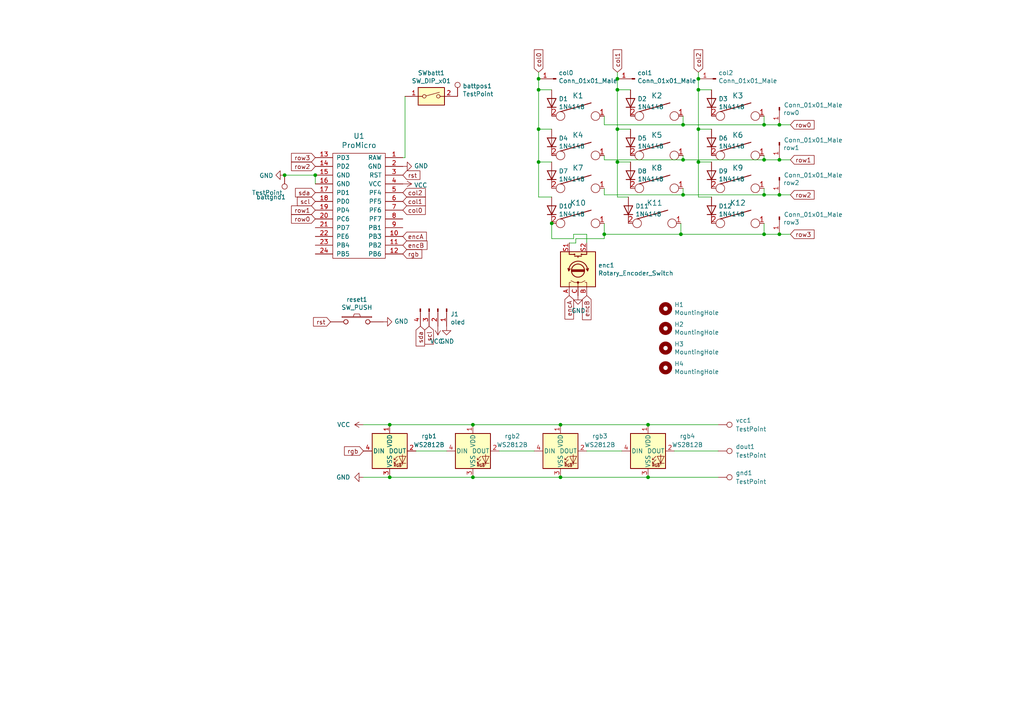
<source format=kicad_sch>
(kicad_sch (version 20211123) (generator eeschema)
  (paper "A4")
  (lib_symbols
    (symbol "Connector:Conn_01x01_Male" (pin_names (offset 1.016) hide)
      (property "Reference" "J" (at 0 2.54 0))
      (property "Value" "Conn_01x01_Male" (at 0 -2.54 0))
      (symbol "Conn_01x01_Male_1_1"
        (polyline (pts (xy 1.27 0) (xy 0.8636 0)) (stroke (width 0.1524)))
        (rectangle (start 0.8636 0.127) (end 0 -0.127) (stroke (width 0.1524)) (fill (type outline)))
        (pin passive line (at 5.08 0 180) (length 3.81) (name "Pin_1") (number "1"))
      )
    )
    (symbol "Connector:Conn_01x04_Male" (pin_names (offset 1.016) hide)
      (property "Reference" "J" (at 0 5.08 0))
      (property "Value" "Conn_01x04_Male" (at 0 -7.62 0))
      (symbol "Conn_01x04_Male_1_1"
        (polyline (pts (xy 1.27 -5.08) (xy 0.8636 -5.08)) (stroke (width 0.1524)))
        (polyline (pts (xy 1.27 -2.54) (xy 0.8636 -2.54)) (stroke (width 0.1524)))
        (polyline (pts (xy 1.27 0) (xy 0.8636 0)) (stroke (width 0.1524)))
        (polyline (pts (xy 1.27 2.54) (xy 0.8636 2.54)) (stroke (width 0.1524)))
        (rectangle (start 0.8636 -4.953) (end 0 -5.207) (stroke (width 0.1524)) (fill (type outline)))
        (rectangle (start 0.8636 -2.413) (end 0 -2.667) (stroke (width 0.1524)) (fill (type outline)))
        (rectangle (start 0.8636 0.127) (end 0 -0.127) (stroke (width 0.1524)) (fill (type outline)))
        (rectangle (start 0.8636 2.667) (end 0 2.413) (stroke (width 0.1524)) (fill (type outline)))
        (pin passive line (at 5.08 2.54 180) (length 3.81) (name "Pin_1") (number "1"))
        (pin passive line (at 5.08 0 180) (length 3.81) (name "Pin_2") (number "2"))
        (pin passive line (at 5.08 -2.54 180) (length 3.81) (name "Pin_3") (number "3"))
        (pin passive line (at 5.08 -5.08 180) (length 3.81) (name "Pin_4") (number "4"))
      )
    )
    (symbol "Connector:TestPoint" (pin_numbers hide) (pin_names (offset 0.762) hide)
      (property "Reference" "TP" (at 0 6.858 0))
      (property "Value" "TestPoint" (at 0 5.08 0))
      (symbol "TestPoint_0_1"
        (circle (center 0 3.302) (radius 0.762))
      )
      (symbol "TestPoint_1_1"
        (pin passive line (at 0 0 90) (length 2.54) (name "1") (number "1"))
      )
    )
    (symbol "Diode:1N4148" (pin_numbers hide) (pin_names hide)
      (property "Reference" "D" (at 0 2.54 0))
      (property "Value" "1N4148" (at 0 -2.54 0))
      (symbol "1N4148_0_1"
        (polyline (pts (xy -1.27 1.27) (xy -1.27 -1.27)) (stroke (width 0.254)))
        (polyline (pts (xy 1.27 0) (xy -1.27 0)))
        (polyline (pts (xy 1.27 1.27) (xy 1.27 -1.27) (xy -1.27 0) (xy 1.27 1.27)) (stroke (width 0.254)))
      )
      (symbol "1N4148_1_1"
        (pin passive line (at -3.81 0 0) (length 2.54) (name "K") (number "1"))
        (pin passive line (at 3.81 0 180) (length 2.54) (name "A") (number "2"))
      )
    )
    (symbol "LED:WS2812B" (pin_names (offset 0.254))
      (property "Reference" "D" (at 5.08 5.715 0))
      (property "Value" "WS2812B" (at 1.27 -5.715 0))
      (symbol "WS2812B_0_0"
        (text "RGB" (at 2.286 -4.191 0) (effects (font (size 0.762 0.762))))
      )
      (symbol "WS2812B_0_1"
        (polyline (pts (xy 1.27 -3.556) (xy 1.778 -3.556)))
        (polyline (pts (xy 1.27 -2.54) (xy 1.778 -2.54)))
        (polyline (pts (xy 4.699 -3.556) (xy 2.667 -3.556)))
        (polyline (pts (xy 2.286 -2.54) (xy 1.27 -3.556) (xy 1.27 -3.048)))
        (polyline (pts (xy 2.286 -1.524) (xy 1.27 -2.54) (xy 1.27 -2.032)))
        (polyline (pts (xy 3.683 -1.016) (xy 3.683 -3.556) (xy 3.683 -4.064)))
        (polyline (pts (xy 4.699 -1.524) (xy 2.667 -1.524) (xy 3.683 -3.556) (xy 4.699 -1.524)))
        (rectangle (start 5.08 5.08) (end -5.08 -5.08) (stroke (width 0.254)) (fill (type background)))
      )
      (symbol "WS2812B_1_1"
        (pin power_in line (at 0 7.62 270) (length 2.54) (name "VDD") (number "1"))
        (pin output line (at 7.62 0 180) (length 2.54) (name "DOUT") (number "2"))
        (pin power_in line (at 0 -7.62 90) (length 2.54) (name "VSS") (number "3"))
        (pin input line (at -7.62 0 0) (length 2.54) (name "DIN") (number "4"))
      )
    )
    (symbol "Mechanical:MountingHole" (pin_names (offset 1.016))
      (property "Reference" "H" (at 0 5.08 0))
      (property "Value" "MountingHole" (at 0 3.175 0))
      (symbol "MountingHole_0_1"
        (circle (center 0 0) (radius 1.27) (stroke (width 1.27)))
      )
    )
    (symbol "Switch:SW_DIP_x01" (pin_names (offset 0) hide)
      (property "Reference" "SW" (at 0 3.81 0))
      (property "Value" "SW_DIP_x01" (at 0 -3.81 0))
      (symbol "SW_DIP_x01_0_0"
        (circle (center -2.032 0) (radius 0.508))
        (polyline (pts (xy -1.524 0.127) (xy 2.3622 1.1684)))
        (circle (center 2.032 0) (radius 0.508))
      )
      (symbol "SW_DIP_x01_0_1"
        (rectangle (start -3.81 2.54) (end 3.81 -2.54) (stroke (width 0.254)) (fill (type background)))
      )
      (symbol "SW_DIP_x01_1_1"
        (pin passive line (at -7.62 0 0) (length 5.08) (name "~") (number "1"))
        (pin passive line (at 7.62 0 180) (length 5.08) (name "~") (number "2"))
      )
    )
    (symbol "fauxmac-plus-rescue:KEYSW-keyboard_parts" (pin_names (offset 1.016))
      (property "Reference" "K?" (at -1.27 0 0))
      (symbol "KEYSW-keyboard_parts_0_1"
        (circle (center -5.08 0) (radius 1.27))
        (polyline (pts (xy -5.08 1.27) (xy 3.81 3.81)) (stroke (width 0.254)))
        (circle (center 5.08 0) (radius 1.27))
      )
      (symbol "KEYSW-keyboard_parts_1_1"
        (pin passive line (at 7.62 0 180) (length 1.27) (name "~") (number "1"))
        (pin passive line (at -7.62 0 0) (length 1.27) (name "~") (number "2"))
      )
    )
    (symbol "fauxmac-plus-rescue:ProMicro-ProMicro" (pin_names (offset 1.016))
      (property "Reference" "U" (at 0 -21.59 0))
      (property "Value" "ProMicro-ProMicro" (at 0 11.43 0))
      (symbol "ProMicro-ProMicro_0_1"
        (rectangle (start 7.62 10.16) (end -7.62 -20.32))
      )
      (symbol "ProMicro-ProMicro_1_1"
        (pin input line (at 12.7 8.89 180) (length 5.08) (name "RAW") (number "1"))
        (pin input line (at 12.7 -13.97 180) (length 5.08) (name "PB3") (number "10"))
        (pin input line (at 12.7 -16.51 180) (length 5.08) (name "PB2") (number "11"))
        (pin input line (at 12.7 -19.05 180) (length 5.08) (name "PB6") (number "12"))
        (pin input line (at -12.7 8.89 0) (length 5.08) (name "PD3") (number "13"))
        (pin input line (at -12.7 6.35 0) (length 5.08) (name "PD2") (number "14"))
        (pin input line (at -12.7 3.81 0) (length 5.08) (name "GND") (number "15"))
        (pin input line (at -12.7 1.27 0) (length 5.08) (name "GND") (number "16"))
        (pin input line (at -12.7 -1.27 0) (length 5.08) (name "PD1") (number "17"))
        (pin input line (at -12.7 -3.81 0) (length 5.08) (name "PD0") (number "18"))
        (pin input line (at -12.7 -6.35 0) (length 5.08) (name "PD4") (number "19"))
        (pin input line (at 12.7 6.35 180) (length 5.08) (name "GND") (number "2"))
        (pin input line (at -12.7 -8.89 0) (length 5.08) (name "PC6") (number "20"))
        (pin input line (at -12.7 -11.43 0) (length 5.08) (name "PD7") (number "21"))
        (pin input line (at -12.7 -13.97 0) (length 5.08) (name "PE6") (number "22"))
        (pin input line (at -12.7 -16.51 0) (length 5.08) (name "PB4") (number "23"))
        (pin input line (at -12.7 -19.05 0) (length 5.08) (name "PB5") (number "24"))
        (pin input line (at 12.7 3.81 180) (length 5.08) (name "RST") (number "3"))
        (pin input line (at 12.7 1.27 180) (length 5.08) (name "VCC") (number "4"))
        (pin input line (at 12.7 -1.27 180) (length 5.08) (name "PF4") (number "5"))
        (pin input line (at 12.7 -3.81 180) (length 5.08) (name "PF5") (number "6"))
        (pin input line (at 12.7 -6.35 180) (length 5.08) (name "PF6") (number "7"))
        (pin input line (at 12.7 -8.89 180) (length 5.08) (name "PF7") (number "8"))
        (pin input line (at 12.7 -11.43 180) (length 5.08) (name "PB1") (number "9"))
      )
    )
    (symbol "fauxmac-plus-rescue:Rotary_Encoder_Switch-Device" (pin_names (offset 0.254) hide)
      (property "Reference" "SW" (at 0 6.604 0))
      (property "Value" "Rotary_Encoder_Switch-Device" (at 0 -6.604 0))
      (symbol "Rotary_Encoder_Switch-Device_0_1"
        (rectangle (start -5.08 5.08) (end 5.08 -5.08) (stroke (width 0.254)) (fill (type background)))
        (circle (center -3.81 0) (radius 0.254) (fill (type outline)))
        (arc (start -0.381 -2.794) (mid 2.3622 -0.0508) (end -0.381 2.667) (stroke (width 0.254)))
        (circle (center -0.381 0) (radius 1.905) (stroke (width 0.254)))
        (polyline (pts (xy -0.635 -1.778) (xy -0.635 1.778)) (stroke (width 0.254)))
        (polyline (pts (xy -0.381 -1.778) (xy -0.381 1.778)) (stroke (width 0.254)))
        (polyline (pts (xy -0.127 1.778) (xy -0.127 -1.778)) (stroke (width 0.254)))
        (polyline (pts (xy 3.81 0) (xy 3.429 0)) (stroke (width 0.254)))
        (polyline (pts (xy 3.81 1.016) (xy 3.81 -1.016)) (stroke (width 0.254)))
        (polyline (pts (xy -5.08 -2.54) (xy -3.81 -2.54) (xy -3.81 -2.032)))
        (polyline (pts (xy -5.08 2.54) (xy -3.81 2.54) (xy -3.81 2.032)))
        (polyline (pts (xy 0.254 -3.048) (xy -0.508 -2.794) (xy 0.127 -2.413)) (stroke (width 0.254)))
        (polyline (pts (xy 0.254 2.921) (xy -0.508 2.667) (xy 0.127 2.286)) (stroke (width 0.254)))
        (polyline (pts (xy 5.08 -2.54) (xy 4.318 -2.54) (xy 4.318 -1.016)) (stroke (width 0.254)))
        (polyline (pts (xy 5.08 2.54) (xy 4.318 2.54) (xy 4.318 1.016)) (stroke (width 0.254)))
        (polyline (pts (xy -5.08 0) (xy -3.81 0) (xy -3.81 -1.016) (xy -3.302 -2.032)))
        (polyline (pts (xy -4.318 0) (xy -3.81 0) (xy -3.81 1.016) (xy -3.302 2.032)))
        (circle (center 4.318 -1.016) (radius 0.127) (stroke (width 0.254)))
        (circle (center 4.318 1.016) (radius 0.127) (stroke (width 0.254)))
      )
      (symbol "Rotary_Encoder_Switch-Device_1_1"
        (pin passive line (at -7.62 2.54 0) (length 2.54) (name "A") (number "A"))
        (pin passive line (at -7.62 -2.54 0) (length 2.54) (name "B") (number "B"))
        (pin passive line (at -7.62 0 0) (length 2.54) (name "C") (number "C"))
        (pin passive line (at 7.62 2.54 180) (length 2.54) (name "S1") (number "S1"))
        (pin passive line (at 7.62 -2.54 180) (length 2.54) (name "S2") (number "S2"))
      )
    )
    (symbol "fauxmac-plus-rescue:SW_PUSH-keyboard_parts" (pin_numbers hide) (pin_names (offset 1.016) hide)
      (property "Reference" "SW" (at 3.81 2.794 0))
      (property "Value" "SW_PUSH-keyboard_parts" (at 0 -2.032 0))
      (symbol "SW_PUSH-keyboard_parts_0_1"
        (rectangle (start -4.318 1.27) (end 4.318 1.524))
        (polyline (pts (xy -1.016 1.524) (xy -0.762 2.286) (xy 0.762 2.286) (xy 1.016 1.524)))
        (pin passive inverted (at -7.62 0 0) (length 5.08) (name "1") (number "1"))
        (pin passive inverted (at 7.62 0 180) (length 5.08) (name "2") (number "2"))
      )
    )
    (symbol "power:GND" (power) (pin_names (offset 0))
      (property "Value" "GND" (at 0 -3.81 0))
      (symbol "GND_0_1"
        (polyline (pts (xy 0 0) (xy 0 -1.27) (xy 1.27 -1.27) (xy 0 -2.54) (xy -1.27 -1.27) (xy 0 -1.27)))
      )
      (symbol "GND_1_1"
        (pin power_in line (at 0 0 270) (length 0) hide (name "GND") (number "1"))
      )
    )
    (symbol "power:VCC" (power) (pin_names (offset 0))
      (property "Value" "VCC" (at 0 3.81 0))
      (symbol "VCC_0_1"
        (polyline (pts (xy -0.762 1.27) (xy 0 2.54)))
        (polyline (pts (xy 0 0) (xy 0 2.54)))
        (polyline (pts (xy 0 2.54) (xy 0.762 1.27)))
      )
      (symbol "VCC_1_1"
        (pin power_in line (at 0 0 90) (length 0) hide (name "VCC") (number "1"))
      )
    )
  )
  (junction (at 202.565 26.035))
  (junction (at 202.565 37.465))
  (junction (at 156.21 22.86))
  (junction (at 137.16 138.43))
  (junction (at 156.21 46.99))
  (junction (at 202.565 22.86))
  (junction (at 160.02 64.77))
  (junction (at 82.55 50.8))
  (junction (at 91.44 50.8))
  (junction (at 156.21 26.035))
  (junction (at 202.565 46.99))
  (junction (at 156.21 37.465))
  (junction (at 162.56 138.43))
  (junction (at 162.56 123.19))
  (junction (at 113.03 138.43))
  (junction (at 221.615 67.945))
  (junction (at 113.03 123.19))
  (junction (at 198.12 56.515))
  (junction (at 198.12 46.355))
  (junction (at 226.06 56.515))
  (junction (at 179.07 22.86))
  (junction (at 226.06 36.195))
  (junction (at 221.615 46.355))
  (junction (at 175.26 67.945))
  (junction (at 221.615 56.515))
  (junction (at 197.485 67.945))
  (junction (at 187.96 123.19))
  (junction (at 226.06 67.945))
  (junction (at 198.12 36.195))
  (junction (at 187.96 138.43))
  (junction (at 179.07 37.465))
  (junction (at 221.615 36.195))
  (junction (at 179.07 26.035))
  (junction (at 137.16 123.19))
  (junction (at 179.07 46.99))
  (junction (at 226.06 46.355))
  (wire (pts (xy 221.615 67.945) (xy 197.485 67.945)))
  (wire (pts (xy 91.44 53.34) (xy 91.44 50.8)))
  (wire (pts (xy 197.485 64.77) (xy 197.485 67.945)))
  (wire (pts (xy 175.26 64.77) (xy 175.26 67.945)))
  (wire (pts (xy 156.21 20.955) (xy 156.21 22.86)))
  (wire (pts (xy 221.615 54.61) (xy 221.615 56.515)))
  (wire (pts (xy 226.06 56.515) (xy 221.615 56.515)))
  (wire (pts (xy 117.475 27.94) (xy 117.475 45.72)))
  (wire (pts (xy 160.02 69.215) (xy 166.37 69.215)))
  (wire (pts (xy 195.58 130.81) (xy 208.28 130.81)))
  (wire (pts (xy 105.41 138.43) (xy 113.03 138.43)))
  (wire (pts (xy 167.005 70.485) (xy 165.1 70.485)))
  (wire (pts (xy 162.56 123.19) (xy 187.96 123.19)))
  (wire (pts (xy 113.03 123.19) (xy 137.16 123.19)))
  (wire (pts (xy 117.475 45.72) (xy 116.84 45.72)))
  (wire (pts (xy 175.26 36.195) (xy 175.26 33.655)))
  (wire (pts (xy 167.005 69.215) (xy 167.005 70.485)))
  (wire (pts (xy 206.375 46.99) (xy 202.565 46.99)))
  (wire (pts (xy 160.02 46.99) (xy 156.21 46.99)))
  (wire (pts (xy 221.615 33.655) (xy 221.615 36.195)))
  (wire (pts (xy 202.565 20.955) (xy 202.565 22.86)))
  (wire (pts (xy 179.07 46.99) (xy 179.07 57.15)))
  (wire (pts (xy 226.06 46.355) (xy 221.615 46.355)))
  (wire (pts (xy 179.07 20.955) (xy 179.07 22.86)))
  (wire (pts (xy 160.02 64.77) (xy 160.02 69.215)))
  (wire (pts (xy 198.12 46.355) (xy 175.26 46.355)))
  (wire (pts (xy 198.12 33.655) (xy 198.12 36.195)))
  (wire (pts (xy 179.07 37.465) (xy 179.07 46.99)))
  (wire (pts (xy 198.12 54.61) (xy 198.12 56.515)))
  (wire (pts (xy 179.07 57.15) (xy 182.245 57.15)))
  (wire (pts (xy 160.02 37.465) (xy 156.21 37.465)))
  (wire (pts (xy 144.78 130.81) (xy 154.94 130.81)))
  (wire (pts (xy 229.235 56.515) (xy 226.06 56.515)))
  (wire (pts (xy 206.375 26.035) (xy 202.565 26.035)))
  (wire (pts (xy 170.18 130.81) (xy 180.34 130.81)))
  (wire (pts (xy 166.37 67.945) (xy 170.18 67.945)))
  (wire (pts (xy 206.375 37.465) (xy 202.565 37.465)))
  (wire (pts (xy 120.65 130.81) (xy 129.54 130.81)))
  (wire (pts (xy 182.88 26.035) (xy 179.07 26.035)))
  (wire (pts (xy 182.88 46.99) (xy 179.07 46.99)))
  (wire (pts (xy 137.16 138.43) (xy 162.56 138.43)))
  (wire (pts (xy 166.37 69.215) (xy 166.37 67.945)))
  (wire (pts (xy 175.26 36.195) (xy 198.12 36.195)))
  (wire (pts (xy 198.12 56.515) (xy 175.26 56.515)))
  (wire (pts (xy 187.96 123.19) (xy 208.28 123.19)))
  (wire (pts (xy 167.005 69.215) (xy 175.26 69.215)))
  (wire (pts (xy 229.235 67.945) (xy 226.06 67.945)))
  (wire (pts (xy 175.26 67.945) (xy 175.26 69.215)))
  (wire (pts (xy 221.615 56.515) (xy 198.12 56.515)))
  (wire (pts (xy 202.565 22.86) (xy 202.565 26.035)))
  (wire (pts (xy 162.56 138.43) (xy 187.96 138.43)))
  (wire (pts (xy 156.21 46.99) (xy 156.21 57.15)))
  (wire (pts (xy 156.21 22.86) (xy 156.21 26.035)))
  (wire (pts (xy 179.07 22.86) (xy 179.07 26.035)))
  (wire (pts (xy 137.16 123.19) (xy 162.56 123.19)))
  (wire (pts (xy 170.18 67.945) (xy 170.18 70.485)))
  (wire (pts (xy 202.565 37.465) (xy 202.565 46.99)))
  (wire (pts (xy 198.12 45.085) (xy 198.12 46.355)))
  (wire (pts (xy 113.03 138.43) (xy 137.16 138.43)))
  (wire (pts (xy 105.41 123.19) (xy 113.03 123.19)))
  (wire (pts (xy 221.615 45.085) (xy 221.615 46.355)))
  (wire (pts (xy 91.44 50.8) (xy 82.55 50.8)))
  (wire (pts (xy 226.06 36.195) (xy 229.235 36.195)))
  (wire (pts (xy 175.26 46.355) (xy 175.26 45.085)))
  (wire (pts (xy 179.07 26.035) (xy 179.07 37.465)))
  (wire (pts (xy 182.88 37.465) (xy 179.07 37.465)))
  (wire (pts (xy 226.06 67.945) (xy 221.615 67.945)))
  (wire (pts (xy 197.485 67.945) (xy 175.26 67.945)))
  (wire (pts (xy 221.615 36.195) (xy 226.06 36.195)))
  (wire (pts (xy 160.02 26.035) (xy 156.21 26.035)))
  (wire (pts (xy 175.26 56.515) (xy 175.26 54.61)))
  (wire (pts (xy 202.565 46.99) (xy 202.565 57.15)))
  (wire (pts (xy 156.21 37.465) (xy 156.21 46.99)))
  (wire (pts (xy 221.615 64.77) (xy 221.615 67.945)))
  (wire (pts (xy 156.21 26.035) (xy 156.21 37.465)))
  (wire (pts (xy 229.235 46.355) (xy 226.06 46.355)))
  (wire (pts (xy 221.615 46.355) (xy 198.12 46.355)))
  (wire (pts (xy 187.96 138.43) (xy 208.28 138.43)))
  (wire (pts (xy 202.565 26.035) (xy 202.565 37.465)))
  (wire (pts (xy 198.12 36.195) (xy 221.615 36.195)))
  (wire (pts (xy 202.565 57.15) (xy 206.375 57.15)))
  (wire (pts (xy 156.21 57.15) (xy 160.02 57.15)))
  (global_label "col1" (shape input) (at 179.07 20.955 90) (property "Intersheet References" "${INTERSHEET_REFS}" (effects hide)))
  (global_label "rst" (shape input) (at 95.885 93.345 180) (property "Intersheet References" "${INTERSHEET_REFS}" (effects hide)))
  (global_label "col1" (shape input) (at 116.84 58.42 0) (property "Intersheet References" "${INTERSHEET_REFS}" (effects hide)))
  (global_label "encB" (shape input) (at 170.18 85.725 270) (property "Intersheet References" "${INTERSHEET_REFS}" (effects hide)))
  (global_label "row0" (shape input) (at 229.235 36.195 0) (property "Intersheet References" "${INTERSHEET_REFS}" (effects hide)))
  (global_label "row3" (shape input) (at 91.44 45.72 180) (property "Intersheet References" "${INTERSHEET_REFS}" (effects hide)))
  (global_label "col2" (shape input) (at 116.84 55.88 0) (property "Intersheet References" "${INTERSHEET_REFS}" (effects hide)))
  (global_label "scl" (shape input) (at 91.44 58.42 180) (property "Intersheet References" "${INTERSHEET_REFS}" (effects hide)))
  (global_label "encB" (shape input) (at 116.84 71.12 0) (property "Intersheet References" "${INTERSHEET_REFS}" (effects hide)))
  (global_label "row3" (shape input) (at 229.235 67.945 0) (property "Intersheet References" "${INTERSHEET_REFS}" (effects hide)))
  (global_label "rst" (shape input) (at 116.84 50.8 0) (property "Intersheet References" "${INTERSHEET_REFS}" (effects hide)))
  (global_label "encA" (shape input) (at 165.1 85.725 270) (property "Intersheet References" "${INTERSHEET_REFS}" (effects hide)))
  (global_label "row2" (shape input) (at 229.235 56.515 0) (property "Intersheet References" "${INTERSHEET_REFS}" (effects hide)))
  (global_label "col0" (shape input) (at 116.84 60.96 0) (property "Intersheet References" "${INTERSHEET_REFS}" (effects hide)))
  (global_label "row1" (shape input) (at 229.235 46.355 0) (property "Intersheet References" "${INTERSHEET_REFS}" (effects hide)))
  (global_label "sda" (shape input) (at 121.92 94.615 270) (property "Intersheet References" "${INTERSHEET_REFS}" (effects hide)))
  (global_label "rgb" (shape input) (at 105.41 130.81 180) (property "Intersheet References" "${INTERSHEET_REFS}" (effects hide)))
  (global_label "scl" (shape input) (at 124.46 94.615 270) (property "Intersheet References" "${INTERSHEET_REFS}" (effects hide)))
  (global_label "col2" (shape input) (at 202.565 20.955 90) (property "Intersheet References" "${INTERSHEET_REFS}" (effects hide)))
  (global_label "encA" (shape input) (at 116.84 68.58 0) (property "Intersheet References" "${INTERSHEET_REFS}" (effects hide)))
  (global_label "row1" (shape input) (at 91.44 60.96 180) (property "Intersheet References" "${INTERSHEET_REFS}" (effects hide)))
  (global_label "row2" (shape input) (at 91.44 48.26 180) (property "Intersheet References" "${INTERSHEET_REFS}" (effects hide)))
  (global_label "row0" (shape input) (at 91.44 63.5 180) (property "Intersheet References" "${INTERSHEET_REFS}" (effects hide)))
  (global_label "rgb" (shape input) (at 116.84 73.66 0) (property "Intersheet References" "${INTERSHEET_REFS}" (effects hide)))
  (global_label "col0" (shape input) (at 156.21 20.955 90) (property "Intersheet References" "${INTERSHEET_REFS}" (effects hide)))
  (global_label "sda" (shape input) (at 91.44 55.88 180) (property "Intersheet References" "${INTERSHEET_REFS}" (effects hide)))
  (symbol (lib_id "fauxmac-plus-rescue:ProMicro-ProMicro") (at 104.14 54.61 0) (unit 1)
    (property "Reference" "U1" (at 104.14 39.4462 0) (effects (font (size 1.524 1.524))))
    (property "Value" "ProMicro" (at 104.14 42.1386 0) (effects (font (size 1.524 1.524))))
    (property "Footprint" "canadian_footprints:Pro_Micro" (effects hide))
  )
  (symbol (lib_id "power:GND") (at 82.55 50.8 270) (unit 1)
    (property "Reference" "#PWR0101" (effects hide))
    (property "Value" "GND" (at 79.2988 50.927 90) (effects (justify right)))
  )
  (symbol (lib_id "Connector:TestPoint") (at 82.55 50.8 180) (unit 1)
    (property "Reference" "battgnd1" (at 74.295 57.15 0) (effects (justify right)))
    (property "Value" "TestPoint" (at 73.025 55.88 0) (effects (justify right)))
    (property "Footprint" "Connector_PinSocket_2.54mm:PinSocket_1x01_P2.54mm_Vertical" (effects hide))
  )
  (symbol (lib_id "Connector:TestPoint") (at 132.715 27.94 0) (unit 1)
    (property "Reference" "battpos1" (at 134.1882 24.9428 0) (effects (justify left)))
    (property "Value" "TestPoint" (at 134.1882 27.2542 0) (effects (justify left)))
    (property "Footprint" "Connector_PinSocket_2.54mm:PinSocket_1x01_P2.54mm_Vertical" (effects hide))
  )
  (symbol (lib_id "power:GND") (at 116.84 48.26 90) (unit 1)
    (property "Reference" "#PWR0102" (effects hide))
    (property "Value" "GND" (at 120.0912 48.133 90) (effects (justify right)))
  )
  (symbol (lib_id "power:VCC") (at 116.84 53.34 270) (unit 1)
    (property "Reference" "#PWR0103" (effects hide))
    (property "Value" "VCC" (at 120.0912 53.721 90) (effects (justify left)))
  )
  (symbol (lib_id "fauxmac-plus-rescue:KEYSW-keyboard_parts") (at 167.64 33.655 0) (unit 1)
    (property "Reference" "K1" (at 167.64 27.7368 0) (effects (font (size 1.524 1.524))))
    (property "Value" "KEYSW" (effects hide))
    (property "Footprint" "Keebio-Parts:MX-Alps-Choc-1U-NoLED" (effects hide))
  )
  (symbol (lib_id "fauxmac-plus-rescue:KEYSW-keyboard_parts") (at 167.64 45.085 0) (unit 1)
    (property "Reference" "K4" (at 167.64 39.1668 0) (effects (font (size 1.524 1.524))))
    (property "Value" "KEYSW" (effects hide))
    (property "Footprint" "Keebio-Parts:MX-Alps-Choc-1U-NoLED" (effects hide))
  )
  (symbol (lib_id "fauxmac-plus-rescue:KEYSW-keyboard_parts") (at 167.64 54.61 0) (unit 1)
    (property "Reference" "K7" (at 167.64 48.6918 0) (effects (font (size 1.524 1.524))))
    (property "Value" "KEYSW" (effects hide))
    (property "Footprint" "Keebio-Parts:MX-Alps-Choc-1U-NoLED" (effects hide))
  )
  (symbol (lib_id "fauxmac-plus-rescue:KEYSW-keyboard_parts") (at 167.64 64.77 0) (unit 1)
    (property "Reference" "K10" (at 167.64 58.8518 0) (effects (font (size 1.524 1.524))))
    (property "Value" "KEYSW" (effects hide))
    (property "Footprint" "Keebio-Parts:MX-Alps-Choc-1U-NoLED" (effects hide))
  )
  (symbol (lib_id "fauxmac-plus-rescue:KEYSW-keyboard_parts") (at 190.5 33.655 0) (unit 1)
    (property "Reference" "K2" (at 190.5 27.7368 0) (effects (font (size 1.524 1.524))))
    (property "Value" "KEYSW" (effects hide))
    (property "Footprint" "Keebio-Parts:MX-Alps-Choc-1U-NoLED" (effects hide))
  )
  (symbol (lib_id "fauxmac-plus-rescue:KEYSW-keyboard_parts") (at 190.5 45.085 0) (unit 1)
    (property "Reference" "K5" (at 190.5 39.1668 0) (effects (font (size 1.524 1.524))))
    (property "Value" "KEYSW" (effects hide))
    (property "Footprint" "Keebio-Parts:MX-Alps-Choc-1U-NoLED" (effects hide))
  )
  (symbol (lib_id "fauxmac-plus-rescue:KEYSW-keyboard_parts") (at 190.5 54.61 0) (unit 1)
    (property "Reference" "K8" (at 190.5 48.6918 0) (effects (font (size 1.524 1.524))))
    (property "Value" "KEYSW" (effects hide))
    (property "Footprint" "Keebio-Parts:MX-Alps-Choc-1U-NoLED" (effects hide))
  )
  (symbol (lib_id "fauxmac-plus-rescue:KEYSW-keyboard_parts") (at 189.865 64.77 0) (unit 1)
    (property "Reference" "K11" (at 189.865 58.8518 0) (effects (font (size 1.524 1.524))))
    (property "Value" "KEYSW" (effects hide))
    (property "Footprint" "Keebio-Parts:MX-Alps-Choc-1U-NoLED" (effects hide))
  )
  (symbol (lib_id "fauxmac-plus-rescue:KEYSW-keyboard_parts") (at 213.995 33.655 0) (unit 1)
    (property "Reference" "K3" (at 213.995 27.7368 0) (effects (font (size 1.524 1.524))))
    (property "Value" "KEYSW" (effects hide))
    (property "Footprint" "Keebio-Parts:MX-Alps-Choc-1U-NoLED" (effects hide))
  )
  (symbol (lib_id "fauxmac-plus-rescue:KEYSW-keyboard_parts") (at 213.995 45.085 0) (unit 1)
    (property "Reference" "K6" (at 213.995 39.1668 0) (effects (font (size 1.524 1.524))))
    (property "Value" "KEYSW" (effects hide))
    (property "Footprint" "Keebio-Parts:MX-Alps-Choc-1U-NoLED" (effects hide))
  )
  (symbol (lib_id "fauxmac-plus-rescue:KEYSW-keyboard_parts") (at 213.995 54.61 0) (unit 1)
    (property "Reference" "K9" (at 213.995 48.6918 0) (effects (font (size 1.524 1.524))))
    (property "Value" "KEYSW" (effects hide))
    (property "Footprint" "Keebio-Parts:MX-Alps-Choc-1U-NoLED" (effects hide))
  )
  (symbol (lib_id "fauxmac-plus-rescue:KEYSW-keyboard_parts") (at 213.995 64.77 0) (unit 1)
    (property "Reference" "K12" (at 213.995 58.8518 0) (effects (font (size 1.524 1.524))))
    (property "Value" "KEYSW" (effects hide))
    (property "Footprint" "Keebio-Parts:MX-Alps-Choc-1U-NoLED" (effects hide))
  )
  (symbol (lib_id "fauxmac-plus-rescue:Rotary_Encoder_Switch-Device") (at 167.64 78.105 90) (unit 1)
    (property "Reference" "enc1" (at 173.482 76.9366 90) (effects (justify right)))
    (property "Value" "Rotary_Encoder_Switch" (at 173.482 79.248 90) (effects (justify right)))
    (property "Footprint" "Keebio-Parts:RotaryEncoder_EC11" (effects hide))
  )
  (symbol (lib_id "Diode:1N4148") (at 160.02 29.845 90) (unit 1)
    (property "Reference" "D1" (at 162.052 28.6766 90) (effects (justify right)))
    (property "Value" "1N4148" (at 162.052 30.988 90) (effects (justify right)))
    (property "Footprint" "Diode_THT:D_DO-35_SOD27_P7.62mm_Horizontal" (effects hide))
    (property "Datasheet" "https://assets.nexperia.com/documents/data-sheet/1N4148_1N4448.pdf" (effects hide))
  )
  (symbol (lib_id "Diode:1N4148") (at 160.02 41.275 90) (unit 1)
    (property "Reference" "D4" (at 162.052 40.1066 90) (effects (justify right)))
    (property "Value" "1N4148" (at 162.052 42.418 90) (effects (justify right)))
    (property "Footprint" "Diode_THT:D_DO-35_SOD27_P7.62mm_Horizontal" (effects hide))
    (property "Datasheet" "https://assets.nexperia.com/documents/data-sheet/1N4148_1N4448.pdf" (effects hide))
  )
  (symbol (lib_id "Diode:1N4148") (at 160.02 50.8 90) (unit 1)
    (property "Reference" "D7" (at 162.052 49.6316 90) (effects (justify right)))
    (property "Value" "1N4148" (at 162.052 51.943 90) (effects (justify right)))
    (property "Footprint" "Diode_THT:D_DO-35_SOD27_P7.62mm_Horizontal" (effects hide))
    (property "Datasheet" "https://assets.nexperia.com/documents/data-sheet/1N4148_1N4448.pdf" (effects hide))
  )
  (symbol (lib_id "Diode:1N4148") (at 160.02 60.96 90) (unit 1)
    (property "Reference" "D10" (at 162.052 59.7916 90) (effects (justify right)))
    (property "Value" "1N4148" (at 162.052 62.103 90) (effects (justify right)))
    (property "Footprint" "Diode_THT:D_DO-35_SOD27_P7.62mm_Horizontal" (effects hide))
    (property "Datasheet" "https://assets.nexperia.com/documents/data-sheet/1N4148_1N4448.pdf" (effects hide))
  )
  (symbol (lib_id "Diode:1N4148") (at 182.88 29.845 90) (unit 1)
    (property "Reference" "D2" (at 184.912 28.6766 90) (effects (justify right)))
    (property "Value" "1N4148" (at 184.912 30.988 90) (effects (justify right)))
    (property "Footprint" "Diode_THT:D_DO-35_SOD27_P7.62mm_Horizontal" (effects hide))
    (property "Datasheet" "https://assets.nexperia.com/documents/data-sheet/1N4148_1N4448.pdf" (effects hide))
  )
  (symbol (lib_id "Diode:1N4148") (at 182.88 41.275 90) (unit 1)
    (property "Reference" "D5" (at 184.912 40.1066 90) (effects (justify right)))
    (property "Value" "1N4148" (at 184.912 42.418 90) (effects (justify right)))
    (property "Footprint" "Diode_THT:D_DO-35_SOD27_P7.62mm_Horizontal" (effects hide))
    (property "Datasheet" "https://assets.nexperia.com/documents/data-sheet/1N4148_1N4448.pdf" (effects hide))
  )
  (symbol (lib_id "Diode:1N4148") (at 182.88 50.8 90) (unit 1)
    (property "Reference" "D8" (at 184.912 49.6316 90) (effects (justify right)))
    (property "Value" "1N4148" (at 184.912 51.943 90) (effects (justify right)))
    (property "Footprint" "Diode_THT:D_DO-35_SOD27_P7.62mm_Horizontal" (effects hide))
    (property "Datasheet" "https://assets.nexperia.com/documents/data-sheet/1N4148_1N4448.pdf" (effects hide))
  )
  (symbol (lib_id "Diode:1N4148") (at 182.245 60.96 90) (unit 1)
    (property "Reference" "D11" (at 184.277 59.7916 90) (effects (justify right)))
    (property "Value" "1N4148" (at 184.277 62.103 90) (effects (justify right)))
    (property "Footprint" "Diode_THT:D_DO-35_SOD27_P7.62mm_Horizontal" (effects hide))
    (property "Datasheet" "https://assets.nexperia.com/documents/data-sheet/1N4148_1N4448.pdf" (effects hide))
  )
  (symbol (lib_id "Diode:1N4148") (at 206.375 29.845 90) (unit 1)
    (property "Reference" "D3" (at 208.407 28.6766 90) (effects (justify right)))
    (property "Value" "1N4148" (at 208.407 30.988 90) (effects (justify right)))
    (property "Footprint" "Diode_THT:D_DO-35_SOD27_P7.62mm_Horizontal" (effects hide))
    (property "Datasheet" "https://assets.nexperia.com/documents/data-sheet/1N4148_1N4448.pdf" (effects hide))
  )
  (symbol (lib_id "Diode:1N4148") (at 206.375 41.275 90) (unit 1)
    (property "Reference" "D6" (at 208.407 40.1066 90) (effects (justify right)))
    (property "Value" "1N4148" (at 208.407 42.418 90) (effects (justify right)))
    (property "Footprint" "Diode_THT:D_DO-35_SOD27_P7.62mm_Horizontal" (effects hide))
    (property "Datasheet" "https://assets.nexperia.com/documents/data-sheet/1N4148_1N4448.pdf" (effects hide))
  )
  (symbol (lib_id "Diode:1N4148") (at 206.375 50.8 90) (unit 1)
    (property "Reference" "D9" (at 208.407 49.6316 90) (effects (justify right)))
    (property "Value" "1N4148" (at 208.407 51.943 90) (effects (justify right)))
    (property "Footprint" "Diode_THT:D_DO-35_SOD27_P7.62mm_Horizontal" (effects hide))
    (property "Datasheet" "https://assets.nexperia.com/documents/data-sheet/1N4148_1N4448.pdf" (effects hide))
  )
  (symbol (lib_id "Diode:1N4148") (at 206.375 60.96 90) (unit 1)
    (property "Reference" "D12" (at 208.407 59.7916 90) (effects (justify right)))
    (property "Value" "1N4148" (at 208.407 62.103 90) (effects (justify right)))
    (property "Footprint" "Diode_THT:D_DO-35_SOD27_P7.62mm_Horizontal" (effects hide))
    (property "Datasheet" "https://assets.nexperia.com/documents/data-sheet/1N4148_1N4448.pdf" (effects hide))
  )
  (symbol (lib_id "power:GND") (at 167.64 85.725 0) (unit 1)
    (property "Reference" "#PWR0104" (effects hide))
    (property "Value" "GND" (at 167.767 90.1192 0))
  )
  (symbol (lib_id "Connector:Conn_01x04_Male") (at 127 89.535 270) (unit 1)
    (property "Reference" "J1" (at 130.6576 91.1098 90) (effects (justify left)))
    (property "Value" "oled" (at 130.6576 93.4212 90) (effects (justify left)))
    (property "Footprint" "Connector_PinHeader_2.54mm:PinHeader_1x04_P2.54mm_Vertical" (effects hide))
  )
  (symbol (lib_id "power:VCC") (at 127 94.615 180) (unit 1)
    (property "Reference" "#PWR0105" (effects hide))
    (property "Value" "VCC" (at 126.619 99.0092 0))
  )
  (symbol (lib_id "power:GND") (at 129.54 94.615 0) (unit 1)
    (property "Reference" "#PWR0106" (effects hide))
    (property "Value" "GND" (at 129.667 99.0092 0))
  )
  (symbol (lib_id "fauxmac-plus-rescue:SW_PUSH-keyboard_parts") (at 103.505 93.345 0) (unit 1)
    (property "Reference" "reset1" (at 103.505 86.868 0))
    (property "Value" "SW_PUSH" (at 103.505 89.1794 0))
    (property "Footprint" "Keebio-Parts:SW_Tactile_SPST_Angled_MJTP1117" (effects hide))
  )
  (symbol (lib_id "power:GND") (at 111.125 93.345 90) (unit 1)
    (property "Reference" "#PWR0107" (effects hide))
    (property "Value" "GND" (at 114.3762 93.218 90) (effects (justify right)))
  )
  (symbol (lib_id "Switch:SW_DIP_x01") (at 125.095 27.94 0) (unit 1)
    (property "Reference" "SWbatt1" (at 125.095 21.1582 0))
    (property "Value" "SW_DIP_x01" (at 125.095 23.4696 0))
    (property "Footprint" "Connector_PinHeader_2.54mm:PinHeader_1x03_P2.54mm_Vertical" (effects hide))
  )
  (symbol (lib_id "Connector:Conn_01x01_Male") (at 161.29 22.86 180) (unit 1)
    (property "Reference" "col0" (at 162.0012 21.1328 0) (effects (justify right)))
    (property "Value" "Conn_01x01_Male" (at 162.0012 23.4442 0) (effects (justify right)))
    (property "Footprint" "Connector_PinHeader_2.54mm:PinHeader_1x01_P2.54mm_Vertical" (effects hide))
  )
  (symbol (lib_id "Connector:Conn_01x01_Male") (at 184.15 22.86 180) (unit 1)
    (property "Reference" "col1" (at 184.8612 21.1328 0) (effects (justify right)))
    (property "Value" "Conn_01x01_Male" (at 184.8612 23.4442 0) (effects (justify right)))
    (property "Footprint" "Connector_PinHeader_2.54mm:PinHeader_1x01_P2.54mm_Vertical" (effects hide))
  )
  (symbol (lib_id "Connector:Conn_01x01_Male") (at 207.645 22.86 180) (unit 1)
    (property "Reference" "col2" (at 208.3562 21.1328 0) (effects (justify right)))
    (property "Value" "Conn_01x01_Male" (at 208.3562 23.4442 0) (effects (justify right)))
    (property "Footprint" "Connector_PinHeader_2.54mm:PinHeader_1x01_P2.54mm_Vertical" (effects hide))
  )
  (symbol (lib_id "Connector:Conn_01x01_Male") (at 226.06 31.115 270) (unit 1)
    (property "Reference" "row0" (at 227.1776 32.6898 90) (effects (justify left)))
    (property "Value" "Conn_01x01_Male" (at 227.33 30.48 90) (effects (justify left)))
    (property "Footprint" "Connector_PinHeader_2.54mm:PinHeader_1x01_P2.54mm_Vertical" (effects hide))
  )
  (symbol (lib_id "Connector:Conn_01x01_Male") (at 226.06 41.275 270) (unit 1)
    (property "Reference" "row1" (at 227.1776 42.8498 90) (effects (justify left)))
    (property "Value" "Conn_01x01_Male" (at 227.33 40.64 90) (effects (justify left)))
    (property "Footprint" "Connector_PinHeader_2.54mm:PinHeader_1x01_P2.54mm_Vertical" (effects hide))
  )
  (symbol (lib_id "Connector:Conn_01x01_Male") (at 226.06 51.435 270) (unit 1)
    (property "Reference" "row2" (at 227.1776 53.0098 90) (effects (justify left)))
    (property "Value" "Conn_01x01_Male" (at 227.33 50.8 90) (effects (justify left)))
    (property "Footprint" "Connector_PinHeader_2.54mm:PinHeader_1x01_P2.54mm_Vertical" (effects hide))
  )
  (symbol (lib_id "Connector:Conn_01x01_Male") (at 226.06 62.865 270) (unit 1)
    (property "Reference" "row3" (at 227.1776 64.4398 90) (effects (justify left)))
    (property "Value" "Conn_01x01_Male" (at 227.33 62.23 90) (effects (justify left)))
    (property "Footprint" "Connector_PinHeader_2.54mm:PinHeader_1x01_P2.54mm_Vertical" (effects hide))
  )
  (symbol (lib_id "Mechanical:MountingHole") (at 193.04 89.535 0) (unit 1)
    (property "Reference" "H1" (at 195.58 88.3666 0) (effects (justify left)))
    (property "Value" "MountingHole" (at 195.58 90.678 0) (effects (justify left)))
    (property "Footprint" "MountingHole:MountingHole_2.2mm_M2_Pad_Via" (effects hide))
  )
  (symbol (lib_id "Mechanical:MountingHole") (at 193.04 95.25 0) (unit 1)
    (property "Reference" "H2" (at 195.58 94.0816 0) (effects (justify left)))
    (property "Value" "MountingHole" (at 195.58 96.393 0) (effects (justify left)))
    (property "Footprint" "MountingHole:MountingHole_2.2mm_M2_Pad_Via" (effects hide))
  )
  (symbol (lib_id "Mechanical:MountingHole") (at 193.04 100.965 0) (unit 1)
    (property "Reference" "H3" (at 195.58 99.7966 0) (effects (justify left)))
    (property "Value" "MountingHole" (at 195.58 102.108 0) (effects (justify left)))
    (property "Footprint" "MountingHole:MountingHole_2.2mm_M2_Pad_Via" (effects hide))
  )
  (symbol (lib_id "Mechanical:MountingHole") (at 193.04 106.68 0) (unit 1)
    (property "Reference" "H4" (at 195.58 105.5116 0) (effects (justify left)))
    (property "Value" "MountingHole" (at 195.58 107.823 0) (effects (justify left)))
    (property "Footprint" "MountingHole:MountingHole_2.2mm_M2_Pad_Via" (effects hide))
  )
  (symbol (lib_id "LED:WS2812B") (at 113.03 130.81 0) (unit 1)
    (property "Reference" "rgb1" (at 124.46 126.4793 0))
    (property "Value" "WS2812B" (at 124.46 129.0193 0))
    (property "Footprint" "LED_SMD:LED_WS2812B_PLCC4_5.0x5.0mm_P3.2mm" (effects hide))
    (property "Datasheet" "https://cdn-shop.adafruit.com/datasheets/WS2812B.pdf" (effects hide))
  )
  (symbol (lib_id "power:GND") (at 105.41 138.43 270) (unit 1)
    (property "Reference" "#PWR0108" (effects hide))
    (property "Value" "GND" (at 101.6 138.4299 90) (effects (justify right)))
  )
  (symbol (lib_id "power:VCC") (at 105.41 123.19 90) (unit 1)
    (property "Reference" "#PWR0109" (effects hide))
    (property "Value" "VCC" (at 101.6 123.1899 90) (effects (justify left)))
  )
  (symbol (lib_id "LED:WS2812B") (at 187.96 130.81 0) (unit 1)
    (property "Reference" "rgb4" (at 199.39 126.4793 0))
    (property "Value" "WS2812B" (at 199.39 129.0193 0))
    (property "Footprint" "LED_SMD:LED_WS2812B_PLCC4_5.0x5.0mm_P3.2mm" (effects hide))
    (property "Datasheet" "https://cdn-shop.adafruit.com/datasheets/WS2812B.pdf" (effects hide))
  )
  (symbol (lib_id "LED:WS2812B") (at 137.16 130.81 0) (unit 1)
    (property "Reference" "rgb2" (at 148.59 126.4793 0))
    (property "Value" "WS2812B" (at 148.59 129.0193 0))
    (property "Footprint" "LED_SMD:LED_WS2812B_PLCC4_5.0x5.0mm_P3.2mm" (effects hide))
    (property "Datasheet" "https://cdn-shop.adafruit.com/datasheets/WS2812B.pdf" (effects hide))
  )
  (symbol (lib_id "Connector:TestPoint") (at 208.28 123.19 270) (unit 1)
    (property "Reference" "vcc1" (at 213.36 121.9199 90) (effects (justify left)))
    (property "Value" "TestPoint" (at 213.36 124.4599 90) (effects (justify left)))
    (property "Footprint" "Connector_PinSocket_2.54mm:PinSocket_1x01_P2.54mm_Vertical" (effects hide))
  )
  (symbol (lib_id "Connector:TestPoint") (at 208.28 130.81 270) (unit 1)
    (property "Reference" "dout1" (at 213.36 129.5399 90) (effects (justify left)))
    (property "Value" "TestPoint" (at 213.36 132.0799 90) (effects (justify left)))
    (property "Footprint" "Connector_PinSocket_2.54mm:PinSocket_1x01_P2.54mm_Vertical" (effects hide))
  )
  (symbol (lib_id "LED:WS2812B") (at 162.56 130.81 0) (unit 1)
    (property "Reference" "rgb3" (at 173.99 126.4793 0))
    (property "Value" "WS2812B" (at 173.99 129.0193 0))
    (property "Footprint" "LED_SMD:LED_WS2812B_PLCC4_5.0x5.0mm_P3.2mm" (effects hide))
    (property "Datasheet" "https://cdn-shop.adafruit.com/datasheets/WS2812B.pdf" (effects hide))
  )
  (symbol (lib_id "Connector:TestPoint") (at 208.28 138.43 270) (unit 1)
    (property "Reference" "gnd1" (at 213.36 137.1599 90) (effects (justify left)))
    (property "Value" "TestPoint" (at 213.36 139.6999 90) (effects (justify left)))
    (property "Footprint" "Connector_PinSocket_2.54mm:PinSocket_1x01_P2.54mm_Vertical" (effects hide))
  )
)
</source>
